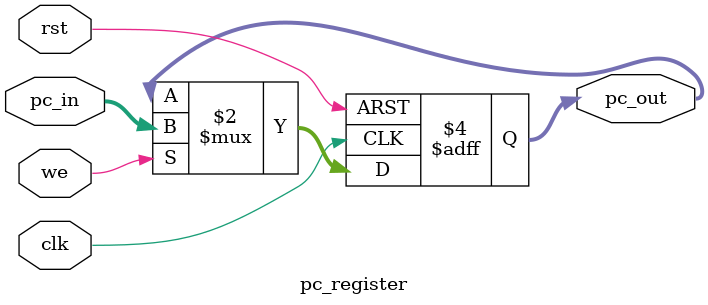
<source format=sv>
`timescale 1ns / 1ps

//pc register responsible for reset and write enable
module pc_register ( 
    input logic clk,
    input logic rst,
    input logic we,
    input logic [31:0] pc_in,
    output logic [31:0] pc_out
);
    always_ff @(posedge clk or posedge rst) begin
        if (rst)
            pc_out <= 32'b0;
        else if (we)
            pc_out <= pc_in;
    end
endmodule

</source>
